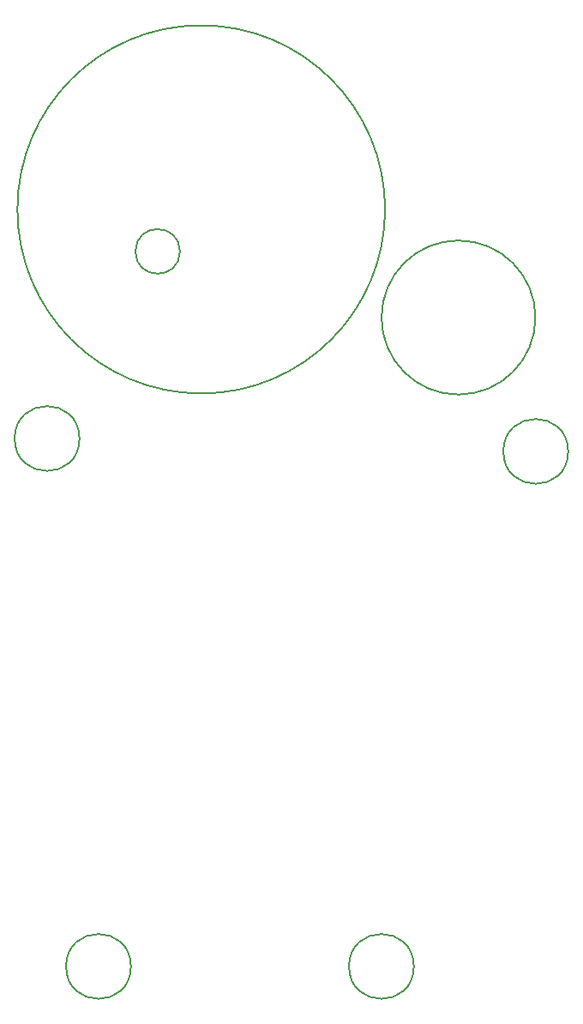
<source format=gbr>
%TF.GenerationSoftware,KiCad,Pcbnew,(6.0.8)*%
%TF.CreationDate,2022-11-07T12:30:50+02:00*%
%TF.ProjectId,inzynierka,696e7a79-6e69-4657-926b-612e6b696361,rev?*%
%TF.SameCoordinates,Original*%
%TF.FileFunction,Other,Comment*%
%FSLAX46Y46*%
G04 Gerber Fmt 4.6, Leading zero omitted, Abs format (unit mm)*
G04 Created by KiCad (PCBNEW (6.0.8)) date 2022-11-07 12:30:50*
%MOMM*%
%LPD*%
G01*
G04 APERTURE LIST*
%ADD10C,0.150000*%
G04 APERTURE END LIST*
D10*
X130100000Y-70502000D02*
G75*
G03*
X130100000Y-70502000I-7600000J0D01*
G01*
X115251126Y-59835998D02*
G75*
G03*
X115251126Y-59835998I-18154063J0D01*
G01*
%TO.C,H101*%
X118090000Y-134510000D02*
G75*
G03*
X118090000Y-134510000I-3200000J0D01*
G01*
%TO.C,H102*%
X90150000Y-134510000D02*
G75*
G03*
X90150000Y-134510000I-3200000J0D01*
G01*
%TO.C,H104*%
X85070000Y-82440000D02*
G75*
G03*
X85070000Y-82440000I-3200000J0D01*
G01*
%TO.C,H103*%
X133330000Y-83710000D02*
G75*
G03*
X133330000Y-83710000I-3200000J0D01*
G01*
%TO.C,H105*%
X94992000Y-63980106D02*
G75*
G03*
X94992000Y-63980106I-2200000J0D01*
G01*
%TD*%
M02*

</source>
